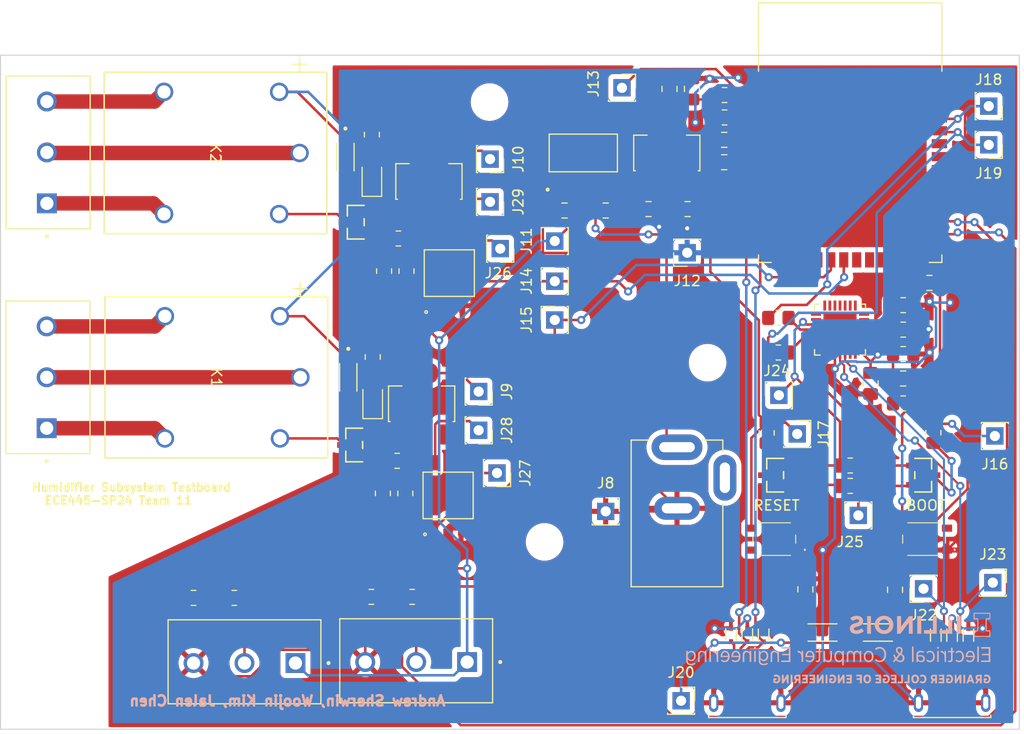
<source format=kicad_pcb>
(kicad_pcb (version 20221018) (generator pcbnew)
  (layers (0 "F.Cu" signal) (31 "B.Cu" signal) (34 "B.Paste" user) (35 "F.Paste" user) (36 "B.SilkS" user "B.Silkscreen") (37 "F.SilkS" user "F.Silkscreen") (38 "B.Mask" user) (39 "F.Mask" user) (44 "Edge.Cuts" user))
  (net 0 "")
  (net 1 "+12V")
  (net 2 "GND")
  (net 3 "+3.3V")
  (net 4 "Net-(C6-Pad1)")
  (net 5 "Net-(C7-Pad1)")
  (net 6 "Net-(U4-VBUS)")
  (net 7 "CHIP_PU")
  (net 8 "IO0")
  (net 9 "USB_DP")
  (net 10 "USB_DN")
  (net 11 "IO20")
  (net 12 "IO19")
  (net 13 "VBUS")
  (net 17 "Net-(U4-~{RST})")
  (net 18 "Net-(U4-~{SUSPEND})")
  (net 19 "Net-(U4-TXD)")
  (net 20 "U0RXD")
  (net 21 "Net-(U4-RXD)")
  (net 22 "U0TXD")
  (net 23 "DTR")
  (net 24 "Net-(U5-BASE)")
  (net 25 "RTS")
  (net 26 "Net-(U6-BASE)")
  (net 27 "Net-(U5-COLLECTOR)")
  (net 28 "Net-(U6-COLLECTOR)")
  (net 29 "ESP_3V3")
  (net 45 "+5V")
  (net 46 "Net-(D10-K)")
  (net 53 "Net-(D10-A)")
  (net 54 "Net-(D12-K)")
  (net 79 "Net-(D12-A)")
  (net 80 "Net-(J4-Pin_2)")
  (net 81 "Net-(J5-Pin_2)")
  (net 82 "Fan_B")
  (net 83 "COM_Main")
  (net 84 "Fan_A")
  (net 85 "Fan_B_DC")
  (net 86 "COM_Main_DC")
  (net 87 "Fan_A_DC")
  (net 88 "Net-(J9-Pin_1)")
  (net 89 "Net-(J10-Pin_1)")
  (net 90 "Relay_Signal_ACDC")
  (net 91 "Net-(J26-Pin_1)")
  (net 92 "Net-(J27-Pin_1)")
  (net 93 "Net-(J28-Pin_1)")
  (net 94 "Net-(J29-Pin_1)")
  (net 95 "Net-(U7-BASE)")
  (net 96 "Net-(U1-IO35)")
  (net 97 "Net-(U1-IO36)")
  (net 98 "Net-(U10-BASE)")
  (net 100 "unconnected-(U1-IO9-Pad17)")
  (net 101 "Relay_Signal_DCDC")
  (footprint "ECE445:1935174" (layer "F.Cu") (at 91.9 115.15 180)
    (fp_text reference "J4" hide)
    (fp_text value "Water Level Sensor")
  )
  (footprint "Resistor_SMD:R_0805_2012Metric_Pad1.20x1.40mm_HandSolder" (layer "F.Cu") (at 119.95 89 180)
    (fp_text reference "R7" hide)
    (fp_text value "0" hide)
  )
  (footprint "Connector_PinSocket_2.54mm:PinSocket_1x01_P2.54mm_Vertical" (layer "F.Cu") (at 140.6 68.6 -90)
    (fp_text reference "J19")
    (fp_text value "Conn_01x01" hide)
  )
  (footprint "ECE445:VOM617AT" (layer "F.Cu") (at 87.650002 81.2 90)
    (fp_text reference "U9" hide)
    (fp_text value "VOM617AT" hide)
  )
  (footprint "ECE445:SOT-23_ONS" (layer "F.Cu") (at 119.6348 101.0475 90)
    (fp_text reference "U5" hide)
    (fp_text value "L8050QLT1G" hide)
  )
  (footprint "Capacitor_SMD:C_0805_2012Metric_Pad1.18x1.45mm_HandSolder" (layer "F.Cu") (at 129 92.0375 -90)
    (fp_text reference "C8" hide)
    (fp_text value "10uF" hide)
  )
  (footprint "Resistor_SMD:R_0805_2012Metric_Pad1.20x1.40mm_HandSolder" (layer "F.Cu") (at 132.2 89.15 180)
    (fp_text reference "R6" hide)
    (fp_text value "47500" hide)
  )
  (footprint "Connector_PinSocket_2.54mm:PinSocket_1x01_P2.54mm_Vertical" (layer "F.Cu") (at 127.8 105 90)
    (fp_text reference "J25")
    (fp_text value "Conn_01x01" hide)
  )
  (footprint "ECE445:SOT-23_ONS" (layer "F.Cu") (at 134.1652 101.0475 -90)
    (fp_text reference "U6" hide)
    (fp_text value "L8050QLT1G" hide)
  )
  (footprint "ECE445:1935174" (layer "F.Cu") (at 75.0475 115.25 180)
    (fp_text reference "J5" hide)
    (fp_text value "Water Level Sensor")
  )
  (footprint "ECE445:1N4148W-13-F" (layer "F.Cu") (at 77.450002 69.8 -90)
    (fp_text reference "D11" hide)
    (fp_text value "1N4148W-13-F" hide)
  )
  (footprint "ECE445:LDL1117S50R" (layer "F.Cu") (at 100.8 69.4)
    (fp_text reference "U3" hide)
    (fp_text value "LDL1117S50R" hide)
  )
  (footprint "Resistor_SMD:R_0805_2012Metric_Pad1.20x1.40mm_HandSolder" (layer "F.Cu") (at 114.665 63.71 180)
    (fp_text reference "R13" hide)
    (fp_text value "0" hide)
  )
  (footprint "ECE445:PTS815 SJG 250 SMTR LFS" (layer "F.Cu") (at 134.25 107.325 180)
    (fp_text reference "S1" hide)
    (fp_text value "PTS815_SJG_250_SMTR_LFS" hide)
  )
  (footprint "Capacitor_SMD:C_0805_2012Metric_Pad1.18x1.45mm_HandSolder" (layer "F.Cu") (at 111.04 74.91)
    (fp_text reference "C1" hide)
    (fp_text value "1uF" hide)
  )
  (footprint "Resistor_SMD:R_0805_2012Metric_Pad1.20x1.40mm_HandSolder" (layer "F.Cu") (at 81.132654 102.835001 -90)
    (fp_text reference "R1" hide)
    (fp_text value "10000" hide)
  )
  (footprint "Capacitor_SMD:C_0805_2012Metric_Pad1.18x1.45mm_HandSolder" (layer "F.Cu") (at 114.6275 68.11 180)
    (fp_text reference "C10" hide)
    (fp_text value "1uF" hide)
  )
  (footprint "Capacitor_SMD:C_0805_2012Metric_Pad1.18x1.45mm_HandSolder" (layer "F.Cu") (at 107.2025 74.91 180)
    (fp_text reference "C2" hide)
    (fp_text value "4.7uF" hide)
  )
  (footprint "ECE445:LESD5D5_0CT1G" (layer "F.Cu") (at 138.6 116.76 -90)
    (fp_text reference "D1" hide)
    (fp_text value "LESD5D5.0CT1G" hide)
  )
  (footprint "ECE445:LDL1117S33R-SnapEDA" (layer "F.Cu") (at 84.932654 94.035001 90)
    (fp_text reference "U11" hide)
    (fp_text value "LDL1117S33R-SnapEDA" hide)
  )
  (footprint "Resistor_SMD:R_0805_2012Metric_Pad1.20x1.40mm_HandSolder" (layer "F.Cu") (at 62.5475 113.1 180)
    (fp_text reference "R18" hide)
    (fp_text value "200" hide)
  )
  (footprint "Resistor_SMD:R_0805_2012Metric_Pad1.20x1.40mm_HandSolder" (layer "F.Cu") (at 132.2 86.75 180)
    (fp_text reference "R3" hide)
    (fp_text value "1000" hide)
  )
  (footprint "ECE445:PTS815 SJG 250 SMTR LFS" (layer "F.Cu") (at 119.55 107.325 180)
    (fp_text reference "S2" hide)
    (fp_text value "PTS815_SJG_250_SMTR_LFS" hide)
  )
  (footprint "Connector_PinSocket_2.54mm:PinSocket_1x01_P2.54mm_Vertical" (layer "F.Cu") (at 110.4 123.2)
    (fp_text reference "J20")
    (fp_text value "Conn_01x01" hide)
  )
  (footprint "ECE445:G5LE-1 DC3" (layer "F.Cu") (at 56.532653 91.435 -90)
    (fp_text reference "K1")
    (fp_text value "G5LE-14 DC3")
  )
  (footprint "ECE445:ESP32-S3-WROOM-1-N8-SnapEDA" (layer "F.Cu") (at 127 67.4)
    (fp_text reference "U1" hide)
    (fp_text value "ESP32-S3-WROOM-1-N8" hide)
  )
  (footprint "Resistor_SMD:R_0805_2012Metric_Pad1.20x1.40mm_HandSolder" (layer "F.Cu") (at 127 100.1)
    (fp_text reference "R10" hide)
    (fp_text value "10000" hide)
  )
  (footprint "Capacitor_SMD:C_0805_2012Metric_Pad1.18x1.45mm_HandSolder" (layer "F.Cu") (at 109.265 63.11 90)
    (fp_text reference "C4" hide)
    (fp_text value "10uF" hide)
  )
  (footprint "Diode_SMD:D_0805_2012Metric_Pad1.15x1.40mm_HandSolder" (layer "F.Cu") (at 80.132654 93.635001 90)
    (fp_text reference "D10" hide)
    (fp_text value "LED" hide)
  )
  (footprint "ECE445:PJ-202AH" (layer "F.Cu") (at 110 104.8 -90)
    (fp_text reference "J1" hide)
    (fp_text value "PJ-202AH" hide)
  )
  (footprint "Resistor_SMD:R_0805_2012Metric_Pad1.20x1.40mm_HandSolder" (layer "F.Cu") (at 118.8 96.895 90)
    (fp_text reference "R11" hide)
    (fp_text value "0" hide)
  )
  (footprint "ECE445:LESD5D5_0CT1G" (layer "F.Cu") (at 118.5 116.76 -90)
    (fp_text reference "D3" hide)
    (fp_text value "LESD5D5.0CT1G" hide)
  )
  (footprint "Connector_PinSocket_2.54mm:PinSocket_1x01_P2.54mm_Vertical" (layer "F.Cu") (at 141.2 97.2 180)
    (fp_text reference "J16")
    (fp_text value "Conn_01x01" hide)
  )
  (footprint "ECE445:10118193-0001LF" (layer "F.Cu") (at 137 123.4)
    (fp_text reference "J2" hide)
    (fp_text value "10118193-0001LF" hide)
  )
  (footprint "ECE445:LDL1117S33R-SnapEDA" (layer "F.Cu") (at 109 69.4 90)
    (fp_text reference "U2" hide)
    (fp_text value "LDL1117S33R-SnapEDA" hide)
  )
  (footprint "ECE445:LESD5D5_0CT1G" (layer "F.Cu") (at 116.9 116.74 -90)
    (fp_text reference "D4" hide)
    (fp_text value "LESD5D5.0CT1G" hide)
  )
  (footprint "Capacitor_SMD:C_0805_2012Metric_Pad1.18x1.45mm_HandSolder" (layer "F.Cu") (at 114.6275 70.31 180)
    (fp_text reference "C12" hide)
    (fp_text value "0.1uF" hide)
  )
  (footprint "Resistor_SMD:R_0805_2012Metric_Pad1.20x1.40mm_HandSolder" (layer "F.Cu") (at 127 102.1 180)
    (fp_text reference "R9" hide)
    (fp_text value "10000" hide)
  )
  (footprint "Capacitor_SMD:C_0805_2012Metric_Pad1.18x1.45mm_HandSolder" (layer "F.Cu") (at 111.465 63.11 90)
    (fp_text reference "C5" hide)
    (fp_text value "0.1uF" hide)
  )
  (footprint "Resistor_SMD:R_0805_2012Metric_Pad1.20x1.40mm_HandSolder" (layer "F.Cu") (at 80.132654 89.435001 90)
    (fp_text reference "R19" hide)
    (fp_text value "1000" hide)
  )
  (footprint "ECE445:1N4148W-13-F" (layer "F.Cu") (at 77.732654 91.435001 -90)
    (fp_text reference "D9" hide)
    (fp_text value "1N4148W-13-F" hide)
  )
  (footprint "Resistor_SMD:R_0805_2012Metric_Pad1.20x1.40mm_HandSolder" (layer "F.Cu") (at 132.2 94 180)
    (fp_text reference "R5" hide)
    (fp_text value "22100" hide)
  )
  (footprint "Connector_PinSocket_2.54mm:PinSocket_1x01_P2.54mm_Vertical" (layer "F.Cu") (at 98 82 90)
    (fp_text reference "J14")
    (fp_text value "Conn_01x01" hide)
  )
  (footprint "Resistor_SMD:R_0805_2012Metric_Pad1.20x1.40mm_HandSolder" (layer "F.Cu") (at 80 113 180)
    (fp_text reference "R17" hide)
    (fp_text value "200" hide)
  )
  (footprint "Resistor_SMD:R_0805_2012Metric_Pad1.20x1.40mm_HandSolder" (layer "F.Cu") (at 66.5475 113.1)
    (fp_text reference "R16" hide)
    (fp_text value "100" hide)
  )
  (footprint "Connector_PinSocket_2.54mm:PinSocket_1x01_P2.54mm_Vertical" (layer "F.Cu") (at 103 104.6)
    (fp_text reference "J8")
    (fp_text value "GND Test Probe" hide)
  )
  (footprint "Capacitor_SMD:C_0805_2012Metric_Pad1.18x1.45mm_HandSolder" (layer "F.Cu") (at 103 75.05)
    (fp_text reference "C3" hide)
    (fp_text value "1uF" hide)
  )
  (footprint "Capacitor_SMD:C_0805_2012Metric_Pad1.18x1.45mm_HandSolder" (layer "F.Cu") (at 98.9625 75.05 180)
    (fp_text reference "C13" hide)
    (fp_text value "4.7uF" hide)
  )
  (footprint "Connector_PinSocket_2.54mm:PinSocket_1x01_P2.54mm_Vertical" (layer "F.Cu") (at 134.2 112.2 180)
    (fp_text reference "J22")
    (fp_text value "Conn_01x01" hide)
  )
  (footprint "MountingHole:MountingHole_3.2mm_M3" (layer "F.Cu") (at 97 107.6)
    (fp_text reference "H4" hide)
    (fp_text value "MountingHole" hide)
  )
  (footprint "Connector_PinSocket_2.54mm:PinSocket_1x01_P2.54mm_Vertical" (layer "F.Cu") (at 91.650002 74.2 -90)
    (fp_text reference "J29")
    (fp_text value "Conn_01x01" hide)
  )
  (footprint "ECE445:VOM617AT" (layer "F.Cu") (at 87.532654 103.035001 90)
    (fp_text reference "U8" hide)
    (fp_text value "VOM617AT" hide)
  )
  (footprint "ECE445:CP2102N-A02-GQFN28" (layer "F.Cu") (at 126 86.75 90)
    (fp_text reference "U4" hide)
    (fp_text value "CP2102N-A02-GQFN28" hide)
  )
  (footprint "ECE445:10118193-0001LF" (layer "F.Cu") (at 116.9 123.4)
    (fp_text reference "J3" hide)
    (fp_text value "10118193-0001LF" hide)
  )
  (footprint "ECE445:MMBT2222LT1G" (layer "F.Cu") (at 78.466002 76.2 90)
    (fp_text reference "U10" hide)
    (fp_text value "MMBT2222LT1G" hide)
  )
  (footprint "Connector_PinSocket_2.54mm:PinSocket_1x01_P2.54mm_Vertical" (layer "F.Cu") (at 121.8 97)
    (fp_text reference "J17")
    (fp_text value "Conn_01x01" hide)
  )
  (footprint "ECE445:LESD5D5_0CT1G" (layer "F.Cu") (at 135.4 116.76 -90)
    (fp_text reference "D7" hide)
    (fp_text value "LESD5D5.0CT1G" hide)
  )
  (footprint "Connector_PinSocket_2.54mm:PinSocket_1x01_P2.54mm_Vertical" (layer "F.Cu") (at 98 78.05 90)
    (fp_text reference "J11")
    (fp_text value "Conn_01x01" hide)
  )
  (footprint "ECE445:MMBT2222LT1G" (layer "F.Cu") (at 78.316654 98.082501 90)
    (fp_text reference "U7" hide)
    (fp_text value "MMBT2222LT1G" hide)
  )
  (footprint "Diode_SMD:D_0805_2012Metric_Pad1.15x1.40mm_HandSolder" (layer "F.Cu") (at 80.050002 71.8 90)
    (fp_text reference "D12" hide)
    (fp_text value "LED" hide)
  )
  (footprint "Connector_PinSocket_2.54mm:PinSocket_1x01_P2.54mm_Vertical" (layer "F.Cu") (at 90.532654 96.635001 -90)
    (fp_text reference "J28")
    (fp_text value "Conn_01x01" hide)
  )
  (footprint "ECE445:LESD5D5_0CT1G" (layer "F.Cu") (at 137 116.76 -90)
    (fp_text reference "D2" hide)
    (fp_text value "LESD5D5.0CT1G" hide)
  )
  (footprint "Resistor_SMD:R_0805_2012Metric_Pad1.20x1.40mm_HandSolder" (layer "F.Cu") (at 82.650002 77.8 180)
    (fp_text reference "R22" hide)
    (fp_text value "1000" hide)
  )
  (footprint "Resistor_SMD:R_0805_2012Metric_Pad1.20x1.40mm_HandSolder" (layer "F.Cu") (at 135.1652 96.876 90)
    (fp_text reference "R12" hide)
    (fp_text value "0" hide)
  )
  (footprint "Connector_PinSocket_2.54mm:PinSocket_1x01_P2.54mm_Vertical" (layer "F.Cu") (at 120 93.2 90)
    (fp_text reference "J24")
    (fp_text value "Conn_01x01" hide)
  )
  (footprint "ECE445:1N5819HW-7-F" (layer "F.Cu") (at 129.72 116.5 180)
    (fp_text reference "D6" hide)
    (fp_text value "1N5819HW-7-F" hide)
  )
  (footprint "ECE445:LDL1117S33R-SnapEDA" (layer "F.Cu") (at 85.650002 72.2 90)
    (fp_text reference "U12" hide)
    (fp_text value "LDL1117S33R-SnapEDA" hide)
  )
  (footprint "Resistor_SMD:R_0805_2012Metric_Pad1.20x1.40mm_HandSolder" (layer "F.Cu") (at 84 113)
    (fp_text reference "R15" hide)
    (fp_text value "100" hide)
  )
  (footprint "Connector_PinSocket_2.54mm:PinSocket_1x01_P2.54mm_Vertical" (layer "F.Cu") (at 92.332654 100.835001 -90)
    (fp_text reference "J27")
    (fp_text value "Conn_01x01" hide)
  )
  (footprint "Resistor_SMD:R_0805_2012Metric_Pad1.20x1.40mm_HandSolder" (layer "F.Cu") (at 80.050002 67.6 90)
    (fp_text reference "R24" hide)
    (fp_text value "1000" hide)
  )
  (footprint "Capacitor_SMD:C_0805_2012Metric_Pad1.18x1.45mm_HandSolder" (layer "F.Cu") (at 132.2 91.55)
    (fp_text reference "C9" hide)
    (fp_text value "1uF" hide)
  )
  (footprint "Resistor_SMD:R_0805_2012Metric_Pad1.20x1.40mm_HandSolder" (layer "F.Cu") (at 119.95 85.6 180)
    (fp_text reference "R8" hide)
    (fp_text value "0" hide)
  )
  (footprint "Resistor_SMD:R_0805_2012Metric_Pad1.20x1.40mm_HandSolder" (layer "F.Cu") (at 81.250002 81 -90)
    (fp_text reference "R23" hide)
    (fp_text value "10000" hide)
  )
  (footprint "ECE445:1935174" (layer "F.Cu") (at 52.382654 98.935001 90)
    (fp_text reference "J6" hide)
    (fp_text value "1935174" hide)
  )
  (footprint "ECE445:LESD5D5_0CT1G" (layer "F.Cu") (at 115.3 116.74 -90)
    (fp_text reference "D8" hide)
    (fp_text value "LESD5D5.0CT1G" hide)
  )
  (footprint "Connector_PinSocket_2.54mm:PinSocket_1x01_P2.54mm_Vertical" (layer "F.Cu") (at 104.6 63)
    (fp_text reference "J13")
    (fp_text value "Conn_01x01" hide)
  )
  (footprint "ECE445:1935174" (layer "F.Cu") (at 52.400002 76.8475 90)
    (fp_text reference "J7" hide)
    (fp_text value "1935174" hide)
  )
  (footprint "Connector_PinSocket_2.54mm:PinSocket_1x01_P2.54mm_Vertical" (layer "F.Cu") (at 90.532654 92.835001 -90)
    (fp_text reference "J9")
    (fp_text value "Conn_01x01" hide)
  )
  (footprint "Capacitor_SMD:C_0805_2012Metric_Pad1.18x1.45mm_HandSolder" (layer "F.Cu") (at 122.6 112.2625 90)
    (fp_text reference "C7" hide)
    (fp_text value "10uF" hide)
  )
  (footprint "ECE445:1N5819HW-7-F" (layer "F.Cu") (at 124.28 116.5)
    (fp_text reference "D5" hide)
    (fp_text value "1N5819HW-7-F" hide)
  )
  (footprint "ECE445:G5LE-1 DC3" (layer "F.Cu") (at 56.450002 69.4 -90)
    (fp_text reference "K2")
    (fp_text value "G5LE-14 DC3")
  )
  (footprint "Resistor_SMD:R_0805_2012Metric_Pad1.20x1.40mm_HandSolder" (layer "F.Cu") (at 82.532654 99.635001 180)
    (fp_text reference "R2" hide)
    (fp_text value "1000" hide)
  )
  (footprint "Capacitor_SMD:C_0805_2012Metric_Pad1.18x1.45mm_HandSolder" (layer "F.Cu") (at 134.7775 82.16 180)
    (fp_text reference "C11" hide)
    (fp_text value "0.1uF" hide)
  )
  (footprint "Resistor_SMD:R_0805_2012Metric_Pad1.20x1.40mm_HandSolder" (layer "F.Cu") (at 83.450002 81 90)
    (fp_text reference "R21" hide)
    (fp_text value "0" hide)
  )
  (footprint "Connector_PinSocket_2.54mm:PinSocket_1x01_P2.54mm_Vertical" (layer "F.Cu") (at 140.6 64.8 -90)
    (fp_text reference "J18")
    (fp_text value "Conn_01x01" hide)
  )
  (footprint "MountingHole:MountingHole_3.2mm_M3" (layer "F.Cu") (at 49.2 117)
    (fp_text reference "H2" hide)
    (fp_text value "MountingHole" hide)
  )
  (footprint "MountingHole:MountingHole_3.2mm_M3" (layer "F.Cu") (at 91.6 64.4)
    (fp_text reference "H1" hide)
    (fp_text value "MountingHole" hide)
  )
  (footprint "Connector_PinSocket_2.54mm:PinSocket_1x01_P2.54mm_Vertical" (layer "F.Cu") (at 92.650002 78.8 -90)
    (fp_text reference "J26")
    (fp_text value "Conn_01x01" hide)
  )
  (footprint "Connector_PinSocket_2.54mm:PinSocket_1x01_P2.54mm_Vertical" (layer "F.Cu") (at 98 85.8 90)
    (fp_text reference "J15")
    (fp_text value "Conn_01x01" hide)
  )
  (footprint "Connector_PinSocket_2.54mm:PinSocket_1x01_P2.54mm_Vertical" (layer "F.Cu") (at 91.650002 70 -90)
    (fp_text reference "J10")
    (fp_text value "Conn_01x01" hide)
  )
  (footprint "Resistor_SMD:R_0805_2012Metric_Pad1.20x1.40mm_HandSolder" (layer "F.Cu") (at 83.332654 102.835001 90)
    (fp_text reference "R20" hide)
    (fp_text value "0" hide)
  )
  (footprint "Connector_PinSocket_2.54mm:PinSocket_1x01_P2.54mm_Vertical" (layer "F.Cu") (at 141 111.6)
    (fp_text reference "J23")
    (fp_text value "Conn_01x01" hide)
  )
  (footprint "Connector_PinSocket_2.54mm:PinSocket_1x01_P2.54mm_Vertical" (layer "F.Cu") (at 111 79.2 180)
    (fp_text reference "J12")
    (fp_text value "Conn_01x01" hide)
  )
  (footprint "MountingHole:MountingHole_3.2mm_M3" (layer "F.Cu") (at 113 90)
    (fp_text reference "H3" hide)
    (fp_text value "MountingHole" hide)
  )
  (footprint "Resistor_SMD:R_0805_2012Metric_Pad1.20x1.40mm_HandSolder" (layer "F.Cu") (at 132.2 84.35 180)
    (fp_text reference "R4" hide)
    (fp_text value "10000" hide)
  )
  (footprint "Resistor_SMD:R_0805_2012Metric_Pad1.20x1.40mm_HandSolder" (layer "F.Cu") (at 114.665 65.91)
    (fp_text reference "R14" hide)
    (fp_text value "10000" hide)
  )
  (footprint "Capacitor_SMD:C_0805_2012Metric_Pad1.18x1.45mm_HandSolder" (layer "F.Cu") (at 131.4 112.3 90)
    (fp_text reference "C6" hide)
    (fp_text value "10uF" hide)
  )
  (footprint "ECE445:IllinoisECENegative31mm" (layer "B.Cu") (at 125.8 118 180)
    (fp_text reference "" hide)
    (fp_text value "LOGO" hide)
  )
  (gr_rect (start 43.6 59.8) (end 143.6 126) (stroke (width 0.1)) (fill none) (layer "Edge.Cuts"))
  (gr_text "Andrew Sherwin, Woojin Kim, Jalen Chen" (at 87.4 123.8) (layer "B.SilkS") (effects (font (size 1 1) (thickness 0.25) bold) (justify left bottom mirror)))
  (gr_text "Humidifier Subsystem Testboard\n  ECE445-SP24 Team 11" (at 46.6 104) (layer "F.SilkS") (effects (font (size 0.8 0.8) (thickness 0.2) bold) (justify left bottom)))
  (gr_text "BOOT" (at 132.4 104.6) (layer "F.SilkS") (effects (font (size 1 1)) (justify left bottom)))
  (gr_text "RESET" (at 117.4 104.6) (layer "F.SilkS") (effects (font (size 1 1)) (justify left bottom)))
  (segment (start 111.365 73.5475) (end 110.0025 74.91) (width 0.25) (layer "F.Cu") (net 1))
  (segment (start 111.365 72.54) (end 111.365 73.5475) (width 0.25) (layer "F.Cu") (net 1))
  (segment (start 102 75.0875) (end 101.9625 75.05) (width 0.25) (layer "F.Cu") (net 1))
  (segment (start 108.975 77.4) (end 107.2 77.4) (width 0.25) (layer "F.Cu") (net 1))
  (segment (start 101.9625 73.6875) (end 103.1 72.55) (width 0.25) (layer "F.Cu") (net 1))
  (segment (start 102 76.8) (end 102 75.0875) (width 0.25) (layer "F.Cu") (net 1))
  (segment (start 108.975 77.4) (end 108.975 97.275) (width 0.25) (layer "F.Cu") (net 1))
  (segment (start 110.0025 74.91) (end 108.975 75.9375) (width 0.25) (layer "F.Cu") (net 1))
  (segment (start 101.9625 75.05) (end 101.9625 73.6875) (width 0.25) (layer "F.Cu") (net 1))
  (segment (start 108.975 75.9375) (end 108.975 77.4) (width 0.25) (layer "F.Cu") (net 1))
  (segment (start 108.975 97.275) (end 110 98.3) (width 0.25) (layer "F.Cu") (net 1))
  (via (at 107.2 77.4) (size 0.8) (drill 0.4) (layers "F.Cu" "B.Cu") (net 1))
  (via (at 102 76.8) (size 0.8) (drill 0.4) (layers "F.Cu" "B.Cu") (net 1))
  (segment (start 107.2 77.4) (end 102.6 77.4) (width 0.25) (layer "B.Cu") (net 1))
  (segment (start 102.6 77.4) (end 102 76.8) (width 0.25) (layer "B.Cu") (net 1))
  (segment (start 138.275 82.625) (end 136.8 84.1) (width 0.25) (layer "F.Cu") (net 2))
  (segment (start 138.975 105.925) (end 138.975 86.275) (width 0.25) (layer "F.Cu") (net 2))
  (segment (start 120.1 121.4) (end 118.1 123.4) (width 0.25) (layer "F.Cu") (net 2))
  (segment (start 125.415 70.06) (end 126.815 71.46) (width 0.25) (layer "F.Cu") (net 2))
  (segment (start 125.897537 71.885) (end 126.332463 71.885) (width 0.25) (layer "F.Cu") (net 2))
  (segment (start 113.59 70.31) (end 112.8 71.1) (width 0.25) (layer "F.Cu") (net 2))
  (segment (start 125.5 91.525305) (end 125.5 90.6) (width 0.25) (layer "F.Cu") (net 2))
  (segment (start 103 104.6) (end 109.7 104.6) (width 0.25) (layer "F.Cu") (net 2))
  (segment (start 109.7 104.6) (end 110 104.3) (width 0.25) (layer "F.Cu") (net 2))
  (segment (start 109.265 62.0725) (end 111.465 62.0725) (width 0.25) (layer "F.Cu") (net 2))
  (segment (start 106.765 64.5725) (end 106.765 72.54) (width 0.25) (layer "F.Cu") (net 2))
  (segment (start 113.7 119.25) (end 113.7 120.95) (width 0.25) (layer "F.Cu") (net 2))
  (segment (start 123.49 69.477463) (end 123.972537 69.96) (width 0.25) (layer "F.Cu") (net 2))
  (segment (start 118.1 123.4) (end 120.2 123.4) (width 0.25) (layer "F.Cu") (net 2))
  (segment (start 70.8 118.2) (end 68.2 120.8) (width 0.25) (layer "F.Cu") (net 2))
  (segment (start 113.7 120.95) (end 113.7 123.3) (width 0.25) (layer "F.Cu") (net 2))
  (segment (start 134.8 83.22) (end 133.74 82.16) (width 0.25) (layer "F.Cu") (net 2))
  (segment (start 125.415 71.46) (end 125.415 70.06) (width 0.25) (layer "F.Cu") (net 2))
  (segment (start 97.925 73.125) (end 98.5 72.55) (width 0.25) (layer "F.Cu") (net 2))
  (segment (start 126.297463 68) (end 126.815 68.517537) (width 0.25) (layer "F.Cu") (net 2))
  (segment (start 124.015 67.09) (end 124.015 68.56) (width 0.25) (layer "F.Cu") (net 2))
  (segment (start 127.34 70.442537) (end 126.857463 69.96) (width 0.25) (layer "F.Cu") (net 2))
  (segment (start 112.8 71.1) (end 112.8 74.1875) (width 0.25) (layer "F.Cu") (net 2))
  (segment (start 124.015 70.06) (end 125.415 70.06) (width 0.25) (layer "F.Cu") (net 2))
  (segment (start 97.925 75.05) (end 97.925 73.125) (width 0.25) (layer "F.Cu") (net 2))
  (segment (start 133.7 123.4) (end 135.8 123.4) (width 0.25) (layer "F.Cu") (net 2))
  (segment (start 129 93.075) (end 127.049695 93.075) (width 0.25) (layer "F.Cu") (net 2))
  (segment (start 116 62) (end 118.11 62) (width 0.25) (layer "F.Cu") (net 2))
  (segment (start 124.015 68.56) (end 124.015 68.517537) (width 0.25) (layer "F.Cu") (net 2))
  (segment (start 125.415 71.36) (end 125.415 71.402463) (width 0.25) (layer "F.Cu") (net 2))
  (segment (start 119.165 62.24) (end 124.015 67.09) (width 0.25) (layer "F.Cu") (net 2))
  (segment (start 61.5475 118.5) (end 62.5475 119.5) (width 0.25) (layer "F.Cu") (net 2))
  (segment (start 140.2 121.4) (end 138.2 123.4) (width 0.25) (layer "F.Cu") (net 2))
  (segment (start 140 114.8) (end 140 116.1) (width 0.25) (layer "F.Cu") (net 2))
  (segment (start 124.015 68.56) (end 123.972537 68.56) (width 0.25) (layer "F.Cu") (net 2))
  (segment (start 138.975 86.275) (end 136.8 84.1) (width 0.25) (layer "F.Cu") (net 2))
  (segment (start 104.1775 74.91) (end 104.0375 75.05) (width 0.25) (layer "F.Cu") (net 2))
  (segment (start 118.2 120.725) (end 119.875 120.725) (width 0.25) (layer "F.Cu") (net 2))
  (segment (start 113.7 116.1) (end 115.28 116.1) (width 0.25) (layer "F.Cu") (net 2))
  (segment (start 126.332463 71.885) (end 126.815 71.402463) (width 0.25) (layer "F.Cu") (net 2))
  (segment (start 133.8 120.95) (end 133.8 121.4) (width 0.25) (layer "F.Cu") (net 2))
  (segment (start 125.5 87.25) (end 126 86.75) (width 0.25) (layer "F.Cu") (net 2))
  (segment (start 125.415 68.517537) (end 125.932537 68) (width 0.25) (layer "F.Cu") (net 2))
  (segment (start 113.59 70.31) (end 113.59 68.11) (width 0.25) (layer "F.Cu") (net 2))
  (segment (start 123.49 70.442537) (end 123.49 70.877463) (width 0.25) (layer "F.Cu") (net 2))
  (segment (start 134.65 89.15) (end 134.8 89) (width 0.25) (layer "F.Cu") (net 2))
  (segment (start 125.415 68.66) (end 125.415 70.06) (width 0.25) (layer "F.Cu") (net 2))
  (segment (start 124.015 71.36) (end 124.015 71.402463) (width 0.25) (layer "F.Cu") (net 2))
  (segment (start 127.049695 93.075) (end 125.5 91.525305) (width 0.25) (layer "F.Cu") (net 2))
  (segment (start 78.2 118.2) (end 70.8 118.2) (width 0.25) (layer "F.Cu") (net 2))
  (segment (start 126.815 70.06) (end 125.415 70.06) (width 0.25) (layer "F.Cu") (net 2))
  (segment (start 124.015 69.96) (end 123.972537 69.96) (width 0.25) (layer "F.Cu") (net 2))
  (segment (start 138.3 120.725) (end 139.975 120.725) (width 0.25) (layer "F.Cu") (net 2))
  (segment (start 110 115.55) (end 113.7 119.25) (width 0.25) (layer "F.Cu") (net 2))
  (segment (start 133.74 83.81) (end 133.2 84.35) (width 0.25) (layer "F.Cu") (net 2))
  (segment (start 96.825 79.225) (end 96.825 76.15) (width 0.25) (layer "F.Cu") (net 2))
  (segment (start 124.497537 71.885) (end 124.932463 71.885) (width 0.25) (layer "F.Cu") (net 2))
  (segment (start 125.415 71.402463) (end 125.897537 71.885) (width 0.25) (layer "F.Cu") (net 2))
  (segment (start 111.4925 62.1) (end 111.465 62.0725) (width 0.25) (layer "F.Cu") (net 2))
  (segment (start 125.415 70.06) (end 124.015 68.66) (width 0.25) (layer "F.Cu") (net 2))
  (segment (start 133.2375 90.5625) (end 134.8 89) (width 0.25) (layer "F.Cu") (net 2))
  (segment (start 126.815 69.96) (end 126.857463 69.96) (width 0.25) (layer "F.Cu") (net 2))
  (segment (start 124.015 71.402463) (end 124.497537 71.885) (width 0.25) (layer "F.Cu") (net 2))
  (segment (start 96.825 76.15) (end 97.925 75.05) (width 0.25) (layer "F.Cu") (net 2))
  (segment (start 100.600305 79.225) (end 96.825 79.225) (width 0.25) (layer "F.Cu") (net 2))
  (segment (start 123.972537 69.96) (end 123.49 70.442537) (width 0.25) (layer "F.Cu") (net 2))
  (segment (start 115.7 123.4) (end 118.1 123.4) (width 0.25) (layer "F.Cu") (net 2))
  (segment (start 135.665 62.34) (end 136.665 62.34) (width 0.25) (layer "F.Cu") (net 2))
  (segment (start 124.3 108.4) (end 121.8 108.4) (width 0.25) (layer "F.Cu") (net 2))
  (segment (start 106.165 74.91) (end 104.1775 74.91) (width 0.25) (layer "F.Cu") (net 2))
  (segment (start 133.8 121.4) (end 135.8 123.4) (width 0.25) (layer "F.Cu") (net 2))
  (segment (start 106.165 100.465) (end 110 104.3) (width 0.25) (layer "F.Cu") (net 2))
  (segment (start 119.875 120.725) (end 120.1 120.95) (width 0.25) (layer "F.Cu") (net 2))
  (segment (start 112.2375 76.6375) (end 112.2 76.6) (width 0.25) (layer "F.Cu") (net 2))
  (segment (start 104.0375 75.05) (end 104.0375 75.787805) (width 0.25) (layer "F.Cu") (net 2))
  (segment (start 139.975 120.725) (end 140.2 120.95) (width 0.25) (layer "F.Cu") (net 2))
  (segment (start 118.165 62.24) (end 119.165 62.24) (width 0.25) (layer "F.Cu") (net 2))
  (segment (start 106.165 74.91) (end 106.165 100.465) (width 0.25) (layer "F.Cu") (net 2))
  (segment (start 136.665 62.34) (end 138.275 63.95) (width 0.25) (layer "F.Cu") (net 2))
  (segment (start 125.5 89.11) (end 125.5 87.25) (width 0.25) (layer "F.Cu") (net 2))
  (segment (start 140.2 116.3) (end 140.2 120.95) (width 0.25) (layer "F.Cu") (net 2))
  (segment (start 127.34 69.477463) (end 127.34 69.042537) (width 0.25) (layer "F.Cu") (net 2))
  (segment (start 123.972537 68.56) (end 123.49 69.042537) (width 0.25) (layer "F.Cu") (net 2))
  (segment (start 104.0375 75.787805) (end 100.600305 79.225) (width 0.25) (layer "F.Cu") (net 2))
  (segment (start 113.6 123.4) (end 115.7 123.4) (width 0.25) (layer "F.Cu") (net 2))
  (segment (start 112.8 74.1875) (end 112.0775 74.91) (width 0.25) (layer "F.Cu") (net 2))
  (segment (start 135.8 123.4) (end 138.2 123.4) (width 0.25) (layer "F.Cu") (net 2))
  (segment (start 79.4 119.4) (end 78.2 118.2) (width 0.25) (layer "F.Cu") (net 2))
  (segment (start 133.135 62.34) (end 126.815 68.66) (width 0.25) (layer "F.Cu") (net 2))
  (segment (start 138.2 123.4) (end 140.3 123.4) (width 0.25) (layer "F.Cu") (net 2))
  (segment (start 135.665 62.34) (end 133.135 62.34) (width 0.25) (layer "F.Cu") (net 2))
  (segment (start 79.4 119.4) (end 79.4 113.4) (width 0.25) (layer "F.Cu") (net 2))
  (segment (start 124.932463 71.885) (end 125.415 71.402463) (width 0.25) (layer "F.Cu") (net 2))
  (segment (start 138.6 116.1) (end 140 116.1) (width 0.25) (layer "F.Cu") (net 2))
  (segment (start 127.34 69.042537) (end 126.857463 68.56) (width 0.25) (layer "F.Cu") (net 2))
  (segment (start 109.265 62.0725) (end 106.765 64.5725) (width 0.25) (layer "F.Cu") (net 2))
  (segment (start 79.4 113.4) (end 79 113) (width 0.25) (layer "F.Cu") (net 2))
  (segment (start 118.11 62) (end 118.25 62.14) (width 0.25) (layer "F.Cu") (net 2))
  (segment (start 127.34 70.877463) (end 127.34 70.442537) (width 0.25) (layer "F.Cu") (net 2))
  (segment (start 120.1 120.95) (end 120.1 123.3) (width 0.25) (layer "F.Cu") (net 2))
  (segment (start 68.2 120.8) (end 63.8475 120.8) (width 0.25) (layer "F.Cu") (net 2))
  (segment (start 63.8475 120.8) (end 62.5475 119.5) (width 0.25) (layer "F.Cu") (net 2))
  (segment (start 133.2 89.15) (end 134.65 89.15) (width 0.25) (layer "F.Cu") (net 2))
  (segment (start 123.49 69.042537) (end 123.49 69.477463) (width 0.25) (layer "F.Cu") (net 2))
  (segment (start 122.6 109.2) (end 121.8 108.4) (width 0.25) (layer "F.Cu") (net 2))
  (segment (start 126.857463 71.36) (end 127.34 70.877463) (width 0.25) (layer "F.Cu") (net 2))
  (segment (start 123.49 70.877463) (end 123.972537 71.36) (width 0.25) (layer "F.Cu") (net 2))
  (segment (start 138.975 113.775) (end 140 114.8) (width 0.25) (layer "F.Cu") (net 2))
  (segment (start 120.1 120.95) (end 120.1 121.4) (width 0.25) (layer "F.Cu") (net 2))
  (segment (start 126.815 71.402463) (end 126.815 71.36) (width 0.25) (layer "F.Cu") (net 2))
  (segment (start 113.59 68.11) (end 113.51 68.11) (width 0.25) (layer "F.Cu") (net 2))
  (segment (start 124.015 71.46) (end 125.415 70.06) (width 0.25) (layer "F.Cu") (net 2))
  (segment (start 133.8 120.95) (end 133.8 123.3) (width 0.25) (layer "F.Cu") (net 2))
  (segment (start 133.2375 91.55) (end 133.2375 90.5625) (width 0.25) (layer "F.Cu") (net 2))
  (segment (start 134.8 84) (end 134.8 83.22) (width 0.25) (layer "F.Cu") (net 2))
  (segment (start 110 104.3) (end 110 115.55) (width 0.25) (layer "F.Cu") (net 2))
  (segment (start 136.5 108.4) (end 134.2625 108.4) (width 0.25) (layer "F.Cu") (net 2))
  (segment (start 124.932463 68.035) (end 125.415 68.517537) (width 0.25) (layer "F.Cu") (net 2))
  (segment (start 136.5 108.4) (end 138.975 105.925) (width 0.25) (layer "F.Cu") (net 2))
  (segment (start 126.857463 69.96) (end 127.34 69.477463) (width 0.25) (layer "F.Cu") (net 2))
  (segment (start 106.165 74.91) (end 106.165 73.14) (width 0.25) (layer "F.Cu") (net 2))
  (segment (start 125.415 68.56) (end 125.415 68.517537) (width 0.25) (layer "F.Cu") (net 2))
  (segment (start 125.5 90.6) (end 125.5 89.11) (width 0.25) (layer "F.Cu") (net 2))
  (segment (start 126.815 68.517537) (end 126.815 68.56) (width 0.25) (layer "F.Cu") (net 2))
  (segment (start 126.857463 68.56) (end 126.815 68.56) (width 0.25) (layer "F.Cu") (net 2))
  (segment (start 125.932537 68) (end 126.297463 68) (width 0.25) (layer "F.Cu") (net 2))
  (segment (start 138.275 63.95) (end 138.275 82.625) (width 0.25) (layer "F.Cu") (net 2))
  (segment (start 61.5475 113.1) (end 61.5475 118.5) (width 0.25) (layer "F.Cu") (net 2))
  (segment (start 113.7 121.4) (end 115.7 123.4) (width 0.25) (layer "F.Cu") (net 2))
  (segment (start 140.2 120.95) (end 140.2 121.4) (width 0.25) (layer "F.Cu") (net 2))
  (segment (start 124.497537 68.035) (end 124.932463 68.035) (width 0.25) (layer "F.Cu") (net 2))
  (segment (start 134.2625 108.4) (end 131.4 111.2625) (width 0.25) (layer "F.Cu") (net 2))
  (segment (start 140 116.1) (end 140.2 116.3) (width 0.25) (layer "F.Cu") (net 2))
  (segment (start 124.015 68.517537) (end 124.497537 68.035) (width 0.25) (layer "F.Cu") (net 2))
  (segment (start 113.7 120.95) (end 113.7 121.4) (width 0.25) (layer "F.Cu") (net 2))
  (segment (start 126.815 68.66) (end 125.415 70.06) (width 0.25) (layer "F.Cu") (net 2))
  (segment (start 140.2 120.95) (end 140.2 123.3) (width 0.25) (layer "F.Cu") (net 2))
  (segment (start 123.972537 71.36) (end 124.015 71.36) (width 0.25) (layer "F.Cu") (net 2))
  (segment (start 122.6 111.225) (end 122.6 109.2) (width 0.25) (layer "F.Cu") (net 2))
  (segment (start 126.815 71.36) (end 126.857463 71.36) (width 0.25) (layer "F.Cu") (net 2))
  (segment (start 133.74 82.16) (end 133.74 83.81) (width 0.25) (layer "F.Cu") (net 2))
  (segment (start 106.165 73.14) (end 106.765 72.54) (width 0.25) (layer "F.Cu") (net 2))
  (segment (start 138.975 105.925) (end 138.975 113.775) (width 0.25) (layer "F.Cu") (net 2))
  (segment (start 113.51 68.11) (end 111.8 66.4) (width 0.25) (layer "F.Cu") (net 2))
  (segment (start 113.2 62.1) (end 111.4925 62.1) (width 0.25) (layer "F.Cu") (net 2))
  (via (at 134.8 89) (size 0.8) (drill 0.4) (layers "F.Cu" "B.Cu") (net 2))
  (via (at 140 116.1) (size 0.8) (drill 0.4) (layers "F.Cu" "B.Cu") (net 2))
  (via (at 113.7 116.1) (size 0.8) (drill 0.4) (layers "F.Cu" "B.Cu") (net 2))
  (via (at 113.2 62.1) (size 0.8) (drill 0.4) (layers "F.Cu" "B.Cu") (net 2))
  (via (at 124.3 108.4) (size 0.8) (drill 0.4) (layers "F.Cu" "B.Cu") (net 2))
  (via (at 116.9 115.1) (size 0.8) (drill 0.4) (layers "F.Cu" "B.Cu") (net 2))
  (via (at 111.8 66.4) (size 0.8) (drill 0.4) (layers "F.Cu" "B.Cu") (net 2))
  (via (at 116 62) (size 0.8) (drill 0.4) (layers "F.Cu" "B.Cu") (net 2))
  (via (at 137 115.1) (size 0.8) (drill 0.4) (layers "F.Cu" "B.Cu") (net 2))
  (via (at 134.8 84) (size 0.8) (drill 0.4) (layers "F.Cu" "B.Cu") (net 2))
  (via (at 136.8 84.1) (size 0.8) (drill 0.4) (layers "F.Cu" "B.Cu") (net 2))
  (via (at 125.5 90.6) (size 0.8) (drill 0.4) (layers "F.Cu" "B.Cu") (net 2))
  (segment (start 116.9 115.1) (end 115.9 116.1) (width 0.25) (layer "B.Cu") (net 2))
  (segment (start 115.9 116.1) (end 113.7 116.1) (width 0.25) (layer "B.Cu") (net 2))
  (segment (start 111.8 63.5) (end 113.2 62.1) (width 0.25) (layer "B.Cu") (net 2))
  (segment (start 126.225 89.875) (end 125.5 90.6) (width 0.25) (layer "B.Cu") (net 2))
  (segment (start 138 116.1) (end 137 115.1) (width 0.25) (layer "B.Cu") (net 2))
  (segment (start 134.8 89) (end 133.875 89.925) (width 0.25) (layer "B.Cu") (net 2))
  (segment (start 133.875 89.925) (end 127.650305 89.925) (width 0.25) (layer "B.Cu") (net 2))
  (segment (start 136.8 84.1) (end 134.9 84.1) (width 0.25) (layer "B.Cu") (net 2))
  (segment (start 134.8 89) (end 135.425 88.375) (width 0.25) (layer "B.Cu") (net 2))
  (segment (start 124.3 119.3) (end 124.3 108.4) (width 0.25) (layer "B.Cu") (net 2))
  (segment (start 135.425 84.625) (end 134.8 84) (width 0.25) (layer "B.Cu") (net 2))
  (segment (start 134.9 84.1) (end 134.8 84) (width 0.25) (layer "B.Cu") (net 2))
  (segment (start 125.5 90.6) (end 125.5 107.2) (width 0.25) (layer "B.Cu") (net 2))
  (segment (start 140 116.1) (end 138 116.1) (width 0.25) (layer "B.Cu") (net 2))
  (segment (start 113.2 62.1) (end 113.3 62) (width 0.25) (layer "B.Cu") (net 2))
  (segment (start 135.425 88.375) (end 135.425 84.625) (width 0.25) (layer "B.Cu") (net 2))
  (segment (start 133.7 123.4) (end 133.5 123.4) (width 0.25) (layer "B.Cu") (net 2))
  (segment (start 113.3 62) (end 116 62) (width 0.25) (layer "B.Cu") (net 2))
  (segment (start 125.5 107.2) (end 124.3 108.4) (width 0.25) (layer "B.Cu") (net 2))
  (segment (start 129.4 119.3) (end 124.3 119.3) (width 0.25) (layer "B.Cu") (net 2))
  (segment (start 124.3 119.3) (end 120.2 123.4) (width 0.25) (layer "B.Cu") (net 2))
  (segment (start 127.650305 89.925) (end 127.600305 89.875) (width 0.25) (layer "B.Cu") (net 2))
  (segment (start 127.600305 89.875) (end 126.225 89.875) (width 0.25) (layer "B.Cu") (net 2))
  (segment (start 111.8 66.4) (end 111.8 63.5) (width 0.25) (layer "B.Cu") (net 2))
  (segment (start 133.5 123.4) (end 129.4 119.3) (width 0.25) (layer "B.Cu") (net 2))
  (segment (start 108.25 74.92) (end 108.24 74.91) (width 0.25) (layer "F.Cu") (net 3))
  (segment (start 108.25 76.65) (end 108.25 74.92) (width 0.25) (layer "F.Cu") (net 3))
  (segment (start 109.065 64.3475) (end 109.265 64.1475) (width 0.25) (layer "F.Cu") (net 3))
  (segment (start 128.21 89.11) (end 129 89.9) (width 0.25) (layer "F.Cu") (net 3))
  (segment (start 72.730003 63.400001) (end 77.450002 68.12) (width 0.25) (layer "F.Cu") (net 3))
  (segment (start 109.065 66.51) (end 109.065 64.3475) (width 0.25) (layer "F.Cu") (net 3))
  (segment (start 109.065 72.54) (end 109.065 74.085) (width 0.25) (layer "F.Cu") (net 3))
  (segment (start 111.465 64.1475) (end 113.2275 64.1475) (width 0.25) (layer "F.Cu") (net 3))
  (segment (start 77.732654 89.755001) (end 79.052654 88.435001) (width 0.25) (layer "F.Cu") (net 3))
  (segment (start 111 76.8) (end 111 79.2) (width 0.25) (layer "F.Cu") (net 3))
  (segment (start 133.2 86.75) (end 134.65 86.75) (width 0.25) (layer "F.Cu") (net 3))
  (segment (start 70.949998 63.400001) (end 72.730003 63.400001) (width 0.25) (layer "F.Cu") (net 3))
  (segment (start 79.052654 88.435001) (end 80.132654 88.435001) (width 0.25) (layer "F.Cu") (net 3))
  (segment (start 77.450002 68.12) (end 78.970002 66.6) (width 0.25) (layer "F.Cu") (net 3))
  (segment (start 73.412654 85.435001) (end 77.732654 89.755001) (width 0.25) (layer "F.Cu") (net 3))
  (segment (start 129 91) (end 129 89.9) (width 0.25) (layer "F.Cu") (net 3))
  (segment (start 127 89.11) (end 127.5 89.11) (width 0.25) (layer "F.Cu") (net 3))
  (segment (start 109.065 74.085) (end 108.24 74.91) (width 0.25) (layer "F.Cu") (net 3))
  (segment (start 109.065 66.51) (end 109.065 72.54) (width 0.25) (layer "F.Cu") (net 3))
  (segment (start 71.032649 85.435001) (end 73.412654 85.435001) (width 0.25) (layer "F.Cu") (net 3))
  (segment (start 127.5 89.11) (end 128.21 89.11) (width 0.25) (layer "F.Cu") (net 3))
  (segment (start 109.265 64.1475) (end 111.465 64.1475) (width 0.25) (layer "F.Cu") (net 3))
  (segment (start 113.2275 64.1475) (end 113.665 63.71) (width 0.25) (layer "F.Cu") (net 3))
  (segment (start 108.24 74.91) (end 107.94 74.91) (width 0.25) (layer "F.Cu") (net 3))
  (segment (start 129 89.9) (end 129.7 89.2) (width 0.25) (layer "F.Cu") (net 3))
  (segment (start 78.970002 66.6) (end 80.050002 66.6) (width 0.25) (layer "F.Cu") (net 3))
  (via (at 134.7 86.7) (size 0.8) (drill 0.4) (layers "F.Cu" "B.Cu") (net 3))
  (via (at 111 76.8) (size 0.8) (drill 0.4) (layers "F.Cu" "B.Cu") (net 3))
  (via (at 108.25 76.65) (size 0.8) (drill 0.4) (layers "F.Cu" "B.Cu") (net 3))
  (via (at 129.7 89.2) (size 0.8) (drill 0.4) (layers "F.Cu" "B.Cu") (net 3))
  (segment (start 77.4 67) (end 73.8 63.4) (width 0.25) (layer "B.Cu") (net 3))
  (segment (start 108.4 76.8) (end 111 76.8) (width 0.25) (layer "B.Cu") (net 3))
  (segment (start 77.4 79.06765) (end 77.4 67) (width 0.25) (layer "B.Cu") (net 3))
  (segment (start 131 87.9) (end 129.7 89.2) (width 0.25) (layer "B.Cu") (net 3))
  (segment (start 134 87.9) (end 131 87.9) (width 0.25) (layer "B.Cu") (net 3))
  (segment (start 134.7 86.7) (end 134.7 87.2) (width 0.25) (layer "B.Cu") (net 3))
  (segment (start 108.25 76.65) (end 108.4 76.8) (width 0.25) (layer "B.Cu") (net 3))
  (segment (start 134.7 87.2) (end 134 87.9) (width 0.25) (layer "B.Cu") (net 3))
  (segment (start 71.032649 85.435001) (end 77.4 79.06765) (width 0.25) (layer "B.Cu") (net 3))
  (segment (start 73.8 63.4) (end 70.949998 63.400001) (width 0.25) (layer "B.Cu") (net 3))
  (segment (start 131.4 116.5) (end 131.4 113.3375) (width 0.25) (layer "F.Cu") (net 4))
  (segment (start 122.6 116.5) (end 122.6 113.3) (width 0.25) (layer "F.Cu") (net 5))
  (segment (start 130.3 88.25) (end 128.36 88.25) (width 0.25) (layer "F.Cu") (net 6))
  (segment (start 131.2 94) (end 131.2 91.5875) (width 0.25) (layer "F.Cu") (net 6))
  (segment (start 131.2 89.15) (end 130.3 88.25) (width 0.25) (layer "F.Cu") (net 6))
  (segment (start 131.2 89.15) (end 131.2 91.5125) (width 0.25) (layer "F.Cu") (net 6))
  (segment (start 115.665 70.31) (end 115.665 68.11) (width 0.25) (layer "F.Cu") (net 7))
  (segment (start 117.3 97.395) (end 118.8 95.895) (width 0.25) (layer "F.Cu") (net 7))
  (segment (start 118.025 85.825) (end 113.275 81.075) (width 0.25) (layer "F.Cu") (net 7))
  (segment (start 113.275 81.075) (end 113.275 72.7) (width 0.25) (layer "F.Cu") (net 7))
  (segment (start 113.275 72.7) (end 115.665 70.31) (width 0.25) (layer "F.Cu") (net 7))
  (segment (start 118.8 95.895) (end 118.025 95.12) (width 0.25) (layer "F.Cu") (net 7))
  (segment (start 117.3 106.25) (end 117.3 97.395) (width 0.25) (layer "F.Cu") (net 7))
  (segment (start 118.025 95.12) (end 118.025 85.825) (width 0.25) (layer "F.Cu") (net 7))
  (segment (start 116.795 64.78) (end 118.165 64.78) (width 0.25) (layer "F.Cu") (net 7))
  (segment (start 115.665 65.91) (end 115.665 68.11) (width 0.25) (layer "F.Cu") (net 7))
  (segment (start 120.695 95.895) (end 121.8 97) (width 0.25) (layer "F.Cu") (net 7))
  (segment (start 118.8 95.895) (end 120.695 95.895) (width 0.25) (layer "F.Cu") (net 7))
  (segment (start 115.665 65.91) (end 116.795 64.78) (width 0.25) (layer "F.Cu") (net 7))
  (segment (start 135.815 82.16) (end 135.815 78.9) (width 0.25) (layer "F.Cu") (net 8))
  (segment (start 135.815 82.16) (end 135.815 95.2262) (width 0.25) (layer "F.Cu") (net 8))
  (segment (start 135.815 78.9) (end 135.665 78.75) (width 0.25) (layer "F.Cu") (net 8))
  (segment (start 138.525 99.2358) (end 135.1652 95.876) (width 0.25) (layer "F.Cu") (net 8))
  (segment (start 134.675305 106.25) (end 138.525 102.400305) (width 0.25) (layer "F.Cu") (net 8))
  (segment (start 137 96) (end 135.2892 96) (width 0.25) (layer "F.Cu") (net 8))
  (segment (start 135.2892 96) (end 135.1652 95.876) (width 0.25) (layer "F.Cu") (net 8))
  (segment (start 135.815 95.2262) (end 135.1652 95.876) (width 0.25) (layer "F.Cu") (net 8))
  (segment (start 138.525 102.400305) (end 138.525 99.2358) (width 0.25) (layer "F.Cu") (net 8))
  (segment (start 132 106.25) (end 134.675305 106.25) (width 0.25) (layer "F.Cu") (net 8))
  (via (at 137 96) (size 0.8) (drill 0.4) (layers "F.Cu" "B.Cu") (net 8))
  (segment (start 141.2 97.2) (end 138.2 97.2) (width 0.25) (layer "B.Cu") (net 8))
  (segment (start 138.2 97.2) (end 137 96) (width 0.25) (layer "B.Cu") (net 8))
  (segment (start 133.355378 97.650922) (end 133.355378 97.644622) (width 0.2) (layer "F.Cu") (net 9))
  (segment (start 126.4 91.4) (end 126.4 90.265686) (width 0.2) (layer "F.Cu") (net 9))
  (segment (start 138.6 117.42) (end 138.02 118) (width 0.2) (layer "F.Cu") (net 9))
  (segment (start 126 89.865686) (end 126 89.11) (width 0.2) (layer "F.Cu") (net 9))
  (segment (start 137 118.15) (end 137 120.725) (width 0.2) (layer "F.Cu") (net 9))
  (segment (start 137.8 116.62) (end 137.8 114.4) (width 0.2) (layer "F.Cu") (net 9))
  (segment (start 138.02 118) (end 137.15 118) (width 0.2) (layer "F.Cu") (net 9))
  (segment (start 138.6 117.42) (end 137.8 116.62) (width 0.2) (layer "F.Cu") (net 9))
  (segment (start 136.504456 100.8) (end 136.504456 100.804456) (width 0.2) (layer "F.Cu") (net 9))
  (segment (start 136.504456 100.804456) (end 137.8 102.1) (width 0.2) (layer "F.Cu") (net 9))
  (segment (start 137.15 118) (end 137 118.15) (width 0.2) (layer "F.Cu") (net 9))
  (segment (start 136.504456 100.8) (end 133.355378 97.650922) (width 0.2) (layer "F.Cu") (net 9))
  (segment (start 126.4 90.265686) (end 126 89.865686) (width 0.2) (layer "F.Cu") (net 9))
  (via (at 137.8 102.1) (size 0.8) (drill 0.4) (layers "F.Cu" "B.Cu") (net 9))
  (via (at 133.355378 97.644622) (size 0.8) (drill 0.4) (layers "F.Cu" "B.Cu") (net 9))
  (via (at 126.4 91.4) (size 0.8) (drill 0.4) (layers "F.Cu" "B.Cu") (net 9))
  (via (at 137.8 114.4) (size 0.8) (drill 0.4) (layers "F.Cu" "B.Cu") (net 9))
  (segment (start 137.8 114.4) (end 140.6 111.6) (width 0.2) (layer "B.Cu") (net 9))
  (segment (start 140.6 111.6) (end 141 111.6) (width 0.2) (layer "B.Cu") (net 9))
  (segment (start 132.644622 97.644622) (end 126.4 91.4) (width 0.2) (layer "B.Cu") (net 9))
  (segment (start 137.8 114.4) (end 137.8 102.1) (width 0.2) (layer "B.Cu") (net 9))
  (segment (start 133.355378 97.644622) (end 132.644622 97.644622) (width 0.2) (layer "B.Cu") (net 9))
  (segment (start 136.35 118.07) (end 136.35 120.725) (width 0.2) (layer "F.Cu") (net 10))
  (segment (start 127.3 90.6) (end 126.5 89.8) (width 0.2) (layer "F.Cu") (net 10))
  (segment (start 136.2 116.62) (end 136.2 114.4) (width 0.2) (layer "F.Cu") (net 10))
  (segment (start 137 117.42) (end 136.35 118.07) (width 0.2) (layer "F.Cu") (net 10))
  (segment (start 137 117.42) (end 136.2 116.62) (width 0.2) (layer "F.Cu") (net 10))
  (segment (start 126.5 89.8) (end 126.5 89.11) (width 0.2) (layer "F.Cu") (net 10))
  (via (at 136.2 114.4) (size 0.8) (drill 0.4) (layers "F.Cu" "B.Cu") (net 10))
  (via (at 127.3 90.6) (size 0.8) (drill 0.4) (layers "F.Cu" "B.Cu") (net 10))
  (segment (start 136.2 99.5) (end 127.3 90.6) (width 0.2) (layer "B.Cu") (net 10))
  (segment (start 134.2 112.2) (end 136.2 114.2) (width 0.2) (layer "B.Cu") (net 10))
  (segment (start 136.2 114.4) (end 136.2 99.5) (width 0.2) (layer "B.Cu") (net 10))
  (segment (start 136.2 114.2) (end 136.2 114.4) (width 0.2) (layer "B.Cu") (net 10))
  (segment (start 117.085 117.965) (end 116.9 118.15) (width 0.25) (layer "F.Cu") (net 11))
  (segment (start 117.7 82.9) (end 118.165 82.435) (width 0.25) (layer "F.Cu") (net 11))
  (segment (start 118.5 117.42) (end 117.955 117.965) (width 0.25) (layer "F.Cu") (net 11))
  (segment (start 117.7 116.62) (end 117.7 114.5) (width 0.25) (layer "F.Cu") (net 11))
  (segment (start 118.165 82.435) (end 118.165 78.75) (width 0.25) (layer "F.Cu") (net 11))
  (segment (start 118.5 117.42) (end 117.7 116.62) (width 0.25) (layer "F.Cu") (net 11))
  (segment (start 116.9 118.15) (end 116.9 120.725) (width 0.25) (layer "F.Cu") (net 11))
  (segment (start 117.955 117.965) (end 117.085 117.965) (width 0.25) (layer "F.Cu") (net 11))
  (via (at 117.7 82.9) (size 0.8) (drill 0.4) (layers "F.Cu" "B.Cu") (net 11))
  (via (at 117.7 114.5) (size 0.8) (drill 0.4) (layers "F.Cu" "B.Cu") (net 11))
  (segment (start 117.7 114.5) (end 117.7 82.9) (width 0.25) (layer "B.Cu") (net 11))
  (segment (start 116.8 82.1) (end 116.8 77.845) (width 0.25) (layer "F.Cu") (net 12))
  (segment (start 116.1 116.6) (end 116.1 114.5) (width 0.25) (layer "F.Cu") (net 12))
  (segment (start 116.9 117.4) (end 116.25 118.05) (width 0.25) (layer "F.Cu") (net 12))
  (segment (start 116.25 118.05) (end 116.25 120.725) (width 0.25) (layer "F.Cu") (net 12))
  (segment (start 116.9 117.4) (end 116.1 116.6) (width 0.25) (layer "F.Cu") (net 12))
  (segment (start 117.165 77.48) (end 118.165 77.48) (width 0.25) (layer "F.Cu") (net 12))
  (segment (start 116.8 77.845) (end 117.165 77.48) (width 0.25) (layer "F.Cu") (net 12))
  (via (at 116.8 82.1) (size 0.8) (drill 0.4) (layers "F.Cu" "B.Cu") (net 12))
  (via (at 116.1 114.5) (size 0.8) (drill 0.4) (layers "F.Cu" "B.Cu") (net 12))
  (segment (start 116.1 114.5) (end 116.8 113.8) (width 0.25) (layer "B.Cu") (net 12))
  (segment (start 116.8 113.8) (end 116.8 82.1) (width 0.25) (layer "B.Cu") (net 12))
  (segment (start 135.7 117.72) (end 135.7 120.725) (width 0.25) (layer "F.Cu") (net 13))
  (segment (start 128.96 117.42) (end 128.04 116.5) (width 0.25) (layer "F.Cu") (net 13))
  (segment (start 128.04 108.71) (end 132.1 104.65) (width 0.25) (layer "F.Cu") (net 13))
  (segment (start 115.6 117.7) (end 115.6 120.725) (width 0.25) (layer "F.Cu") (net 13))
  (segment (start 132.1 104.65) (end 132.1 103.6) (width 0.25) (layer "F.Cu") (net 13))
  (segment (start 132.1 98.4) (end 132.1 95.1) (width 0.25) (layer "F.Cu") (net 13))
  (segment (start 128.04 116.5) (end 128.04 108.71) (width 0.25) (layer "F.Cu") (net 13))
  (segment (start 128.04 116.5) (end 125.96 116.5) (width 0.25) (layer "F.Cu") (net 13))
  (segment (start 132.1 95.1) (end 133.2 94) (width 0.25) (layer "F.Cu") (net 13))
  (segment (start 113.7 117.5) (end 115.2 117.5) (width 0.25) (layer "F.Cu") (net 13))
  (segment (start 115.3 117.4) (end 115.6 117.7) (width 0.25) (layer "F.Cu") (net 13))
  (segment (start 124.96 117.5) (end 120.2 117.5) (width 0.25) (layer "F.Cu") (net 13))
  (segment (start 135.4 117.42) (end 135.7 117.72) (width 0.25) (layer "F.Cu") (net 13))
  (segment (start 135.4 117.42) (end 128.96 117.42) (width 0.25) (layer "F.Cu") (net 13))
  (segment (start 125.96 116.5) (end 124.96 117.5) (width 0.25) (layer "F.Cu") (net 13))
  (via (at 113.7 117.5) (size 0.8) (drill 0.4) (layers "F.Cu" "B.Cu") (net 13))
  (via (at 120.2 117.5) (size 0.8) (drill 0.4) (layers "F.Cu" "B.Cu") (net 13))
  (via (at 132.1 98.4) (size 0.8) (drill 0.4) (layers "F.Cu" "B.Cu") (net 13))
  (via (at 132.1 103.6) (size 0.8) (drill 0.4) (layers "F.Cu" "B.Cu") (net 13))
  (segment (start 110.4 123.2) (end 110.4 120.8) (width 0.25) (layer "B.Cu") (net 13))
  (segment (start 110.4 120.8) (end 113.7 117.5) (width 0.25) (layer "B.Cu") (net 13))
  (segment (start 132.1 103.6) (end 132.1 98.4) (width 0.25) (layer "B.Cu") (net 13))
  (segment (start 120.2 117.5) (end 113.7 117.5) (width 0.25) (layer "B.Cu") (net 13))
  (segment (start 131.2 86.75) (end 130.2 87.75) (width 0.25) (layer "F.Cu") (net 17))
  (segment (start 130.2 87.75) (end 128.36 87.75) (width 0.25) (layer "F.Cu") (net 17))
  (segment (start 129.5 86.75) (end 128.36 86.75) (width 0.25) (layer "F.Cu") (net 18))
  (segment (start 131.2 84.35) (end 131.2 85.05) (width 0.25) (layer "F.Cu") (net 18))
  (segment (start 131.2 85.05) (end 129.5 86.75) (width 0.25) (layer "F.Cu") (net 18))
  (segment (start 123.64 87.25) (end 122.7 87.25) (width 0.25) (layer "F.Cu") (net 19))
  (segment (start 122.7 87.25) (end 120.95 89) (width 0.25) (layer "F.Cu") (net 19))
  (segment (start 137.55 67.35) (end 135.695 67.35) (width 0.25) (layer "F.Cu") (net 20))
  (segment (start 135.695 67.35) (end 135.665 67.32) (width 0.25) (layer "F.Cu") (net 20))
  (segment (start 118.95 87.55) (end 119.35 87.15) (width 0.25) (layer "F.Cu") (net 20))
  (segment (start 118.95 89) (end 118.95 87.55) (width 0.25) (layer "F.Cu") (net 20))
  (via (at 119.35 87.15) (size 0.8) (drill 0.4) (layers "F.Cu" "B.Cu") (net 20))
  (via (at 137.55 67.35) (size 0.8) (drill 0.4) (layers "F.Cu" "B.Cu") (net 20))
  (segment (start 129.6 75.3) (end 137.55 67.35) (width 0.25) (layer "B.Cu") (net 20))
  (segment (start 119.35 87.15) (end 119.875305 87.15) (width 0.25) (layer "B.Cu") (net 20))
  (segment (start 137.55 67.35) (end 138.8 68.6) (width 0.25) (layer "B.Cu") (net 20))
  (segment (start 119.875305 87.15) (end 121.925305 85.1) (width 0.25) (layer "B.Cu") (net 20))
  (segment (start 129.6 85.1) (end 129.6 75.3) (width 0.25) (layer "B.Cu") (net 20))
  (segment (start 138.8 68.6) (end 140.6 68.6) (width 0.25) (layer "B.Cu") (net 20))
  (segment (start 121.925305 85.1) (end 129.6 85.1) (width 0.25) (layer "B.Cu") (net 20))
  (segment (start 122.1 86.75) (end 120.95 85.6) (width 0.25) (layer "F.Cu") (net 21))
  (segment (start 123.64 86.75) (end 122.1 86.75) (width 0.25) (layer "F.Cu") (net 21))
  (segment (start 120.225 84.325) (end 122.725 84.325) (width 0.25) (layer "F.Cu") (net 22))
  (segment (start 118.95 85.6) (end 120.225 84.325) (width 0.25) (layer "F.Cu") (net 22))
  (segment (start 122.725 84.325) (end 124.75 82.3) (width 0.25) (layer "F.Cu") (net 22))
  (segment (start 137.55 66.05) (end 135.665 66.05) (width 0.25) (layer "F.Cu") (net 22))
  (via (at 137.55 66.05) (size 0.8) (drill 0.4) (layers "F.Cu" "B.Cu") (net 22))
  (via (at 124.75 82.3) (size 0.8) (drill 0.4) (layers "F.Cu" "B.Cu") (net 22))
  (segment (start 138.8 64.8) (end 140.6 64.8) (width 0.25) (layer "B.Cu") (net 22))
  (segment (start 137.55 66.05) (end 138.8 64.8) (width 0.25) (layer "B.Cu") (net 22))
  (segment (start 124.75 78.85) (end 137.55 66.05) (width 0.25) (layer "B.Cu") (net 22))
  (segment (start 124.75 82.3) (end 124.75 78.85) (width 0.25) (layer "B.Cu") (net 22))
  (segment (start 127.8 102.3) (end 128 102.1) (width 0.25) (layer "F.Cu") (net 23))
  (segment (start 127.075 95.175) (end 123.64 91.74) (width 0.25) (layer "F.Cu") (net 23))
  (segment (start 128 102.1) (end 127.075 101.175) (width 0.25) (layer "F.Cu") (net 23))
  (segment (start 127.075 101.175) (end 127.075 95.175) (width 0.25) (layer "F.Cu") (net 23))
  (segment (start 123.64 91.74) (end 123.64 88.25) (width 0.25) (layer "F.Cu") (net 23))
  (segment (start 128 102.1) (end 133.1 102.1) (width 0.25) (layer "F.Cu") (net 23))
  (segment (start 127.8 105) (end 127.8 102.3) (width 0.25) (layer "F.Cu") (net 23))
  (segment (start 120.6 102) (end 125.9 102) (width 0.25) (layer "F.Cu") (net 24))
  (segment (start 120.6 100.095) (end 125.995 100.095) (width 0.25) (layer "F.Cu") (net 25))
  (segment (start 123.64 86.25) (end 122.624598 86.25) (width 0.25) (layer "F.Cu") (net 25))
  (segment (start 126 95.8) (end 121.55 91.35) (width 0.25) (layer "F.Cu") (net 25))
  (segment (start 126 100.1) (end 126 95.8) (width 0.25) (layer "F.Cu") (net 25))
  (segment (start 121.55 91.65) (end 120 93.2) (width 0.25) (layer "F.Cu") (net 25))
  (segment (start 122.624598 86.25) (end 122.369731 85.995133) (width 0.25) (layer "F.Cu") (net 25))
  (segment (start 121.55 91.35) (end 121.55 91.65) (width 0.25) (layer "F.Cu") (net 25))
  (segment (start 125.995 100.095) (end 126 100.1) (width 0.25) (layer "F.Cu") (net 25))
  (via (at 122.369731 85.995133) (size 0.8) (drill 0.4) (layers "F.Cu" "B.Cu") (net 25))
  (via (at 121.55 91.35) (size 0.8) (drill 0.4) (layers "F.Cu" "B.Cu") (net 25))
  (segment (start 121.55 86.814864) (end 121.55 91.35) (width 0.25) (layer "B.Cu") (net 25))
  (segment (start 122.369731 85.995133) (end 121.55 86.814864) (width 0.25) (layer "B.Cu") (net 25))
  (segment (start 128 100.1) (end 133.195 100.1) (width 0.25) (layer "F.Cu") (net 26))
  (segment (start 133.195 100.1) (end 133.2 100.095) (width 0.25) (layer "F.Cu") (net 26))
  (segment (start 118.6696 101.0475) (end 118.6696 98.0254) (width 0.25) (layer "F.Cu") (net 27))
  (segment (start 136.95 99.65) (end 135.176 97.876) (width 0.25) (layer "F.Cu") (net 28))
  (segment (start 136.8329 102.75) (end 135.1304 101.0475) (width 0.25) (layer "F.Cu") (net 28))
  (segment (start 136.95 102.75) (end 136.8329 102.75) (width 0.25) (layer "F.Cu") (net 28))
  (via (at 136.95 102.75) (size 0.8) (drill 0.4) (layers "F.Cu" "B.Cu") (net 28))
  (via (at 136.95 99.65) (size 0.8) (drill 0.4) (layers "F.Cu" "B.Cu") (net 28))
  (segment (start 136.95 101.4) (end 136.95 102.75) (width 0.25) (layer "B.Cu") (net 28))
  (segment (start 136.95 99.65) (end 136.95 99.4) (width 0.25) (layer "B.Cu") (net 28))
  (segment (start 136.95 101.4) (end 136.95 99.65) (width 0.25) (layer "B.Cu") (net 28))
  (segment (start 115.665 63.01) (end 113.815 61.16) (width 0.25) (layer "F.Cu") (net 29))
  (segment (start 113.665 65.91) (end 113.665 65.71) (width 0.25) (layer "F.Cu") (net 29))
  (segment (start 113.815 61.16) (end 106.44 61.16) (width 0.25) (layer "F.Cu") (net 29))
  (segment (start 113.665 65.71) (end 115.665 63.71) (width 0.25) (layer "F.Cu") (net 29))
  (segment (start 106.44 61.16) (end 104.6 63) (width 0.25) (layer "F.Cu") (net 29))
  (segment (start 115.665 63.71) (end 115.665 63.01) (width 0.25) (layer "F.Cu") (net 29))
  (segment (start 115.665 63.71) (end 117.965 63.71) (width 0.25) (layer "F.Cu") (net 29))
  (segment (start 117.965 63.71) (end 118.165 63.51) (width 0.25) (layer "F.Cu") (net 29))
  (segment (start 100.8 74.25) (end 100 75.05) (width 0.25) (layer "F.Cu") (net 45))
  (segment (start 100 75.05) (end 100 76.05) (width 0.25) (layer "F.Cu") (net 45))
  (segment (start 100.8 72.55) (end 100.8 74.25) (width 0.25) (layer "F.Cu") (net 45))
  (segment (start 86.4 110.2) (end 89.4 110.2) (width 0.25) (layer "F.Cu") (net 45))
  (segment (start 83.450002 84.6) (end 83.450002 82) (width 0.25) (layer "F.Cu") (net 45))
  (segment (start 86.650002 87.8) (end 83.450002 84.6) (width 0.25) (layer "F.Cu") (net 45))
  (segment (start 83.332654 103.835001) (end 83.332654 107.132654) (width 0.25) (layer "F.Cu") (net 45))
  (segment (start 100 76.05) (end 98 78.05) (width 0.25) (layer "F.Cu") (net 45))
  (segment (start 83.332654 107.132654) (end 86.4 110.2) (width 0.25) (layer "F.Cu") (net 45))
  (segment (start 100.8 66.25) (end 100.8 72.55) (width 0.25) (layer "F.Cu") (net 45))
  (via (at 86.650002 87.8) (size 0.8) (drill 0.4) (layers "F.Cu" "B.Cu") (net 45))
  (via (at 89.4 110.2) (size 0.8) (drill 0.4) (layers "F.Cu" "B.Cu") (net 45))
  (segment (start 86.650002 105.6) (end 89.4 108.349998) (width 0.25) (layer "B.Cu") (net 45))
  (segment (start 98 78.05) (end 96.400002 78.05) (width 0.25) (layer "B.Cu") (net 45))
  (segment (start 86.650002 105.6) (end 86.650002 87.8) (width 0.25) (layer "B.Cu") (net 45))
  (segment (start 88.1 120.7) (end 73.7475 120.7) (width 0.25) (layer "B.Cu") (net 45))
  (segment (start 89.4 119.4) (end 88.1 120.7) (width 0.25) (layer "B.Cu") (net 45))
  (segment (start 89.4 110.2) (end 89.4 119.4) (width 0.25) (layer "B.Cu") (net 45))
  (segment (start 96.400002 78.05) (end 86.650002 87.8) (width 0.25) (layer "B.Cu") (net 45))
  (segment (start 73.7475 120.7) (end 72.5475 119.5) (width 0.25) (layer "B.Cu") (net 45))
  (segment (start 89.4 108.349998) (end 89.4 110.2) (width 0.25) (layer "B.Cu") (net 45))
  (segment (start 80.132654 94.660001) (end 77.300654 97.492001) (width 0.25) (layer "F.Cu") (net 46))
  (segment (start 77.300654 97.492001) (end 77.300654 98.082501) (width 0.25) (layer "F.Cu") (net 46))
  (segment (start 71.032649 97.434999) (end 76.653152 97.434999) (width 0.25) (layer "F.Cu") (net 46))
  (segment (start 76.653152 97.434999) (end 77.300654 98.082501) (width 0.25) (layer "F.Cu") (net 46))
  (segment (start 77.732654 93.115001) (end 79.277654 94.660001) (width 0.25) (layer "F.Cu") (net 46))
  (segment (start 79.277654 94.660001) (end 80.132654 94.660001) (width 0.25) (layer "F.Cu") (net 46))
  (segment (start 80.132654 92.610001) (end 80.132654 90.435001) (width 0.25) (layer "F.Cu") (net 53))
  (segment (start 78.795002 72.825) (end 77.450002 74.17) (width 0.25) (layer "F.Cu") (net 54))
  (segment (start 77.450002 71.48) (end 78.795002 72.825) (width 0.25) (layer "F.Cu") (net 54))
  (segment (start 77.450002 74.17) (end 77.450002 76.2) (width 0.25) (layer "F.Cu") (net 54))
  (segment (start 70.949998 75.399999) (end 76.650001 75.399999) (width 0.25) (layer "F.Cu") (net 54))
  (segment (start 78.795002 72.825) (end 80.050002 72.825) (width 0.25) (layer "F.Cu") (net 54))
  (segment (start 76.650001 75.399999) (end 77.450002 76.2) (width 0.25) (layer "F.Cu") (net 54))
  (segment (start 80.050002 70.775) (end 80.050002 68.6) (width 0.25) (layer "F.Cu") (net 79))
  (segment (start 84.4 119.4) (end 84.4 113.6) (width 0.25) (layer "F.Cu") (net 80))
  (segment (start 84.4 113.6) (end 85 113) (width 0.25) (layer "F.Cu") (net 80))
  (segment (start 67.5475 119.5) (end 67.5475 113.1) (width 0.25) (layer "F.Cu") (net 81))
  (segment (start 48.132654 96.435001) (end 58.732656 96.435001) (width 1.4224) (layer "F.Cu") (net 82))
  (segment (start 58.732656 96.435001) (end 59.732654 97.434999) (width 1.4224) (layer "F.Cu") (net 82))
  (segment (start 73.032651 91.435) (end 48.132654 91.435001) (width 1.4224) (layer "F.Cu") (net 83))
  (segment (start 58.732654 86.435001) (end 59.732654 85.435001) (width 1.4224) (layer "F.Cu") (net 84))
  (segment (start 48.132654 86.435001) (end 58.732654 86.435001) (width 1.4224) (layer "F.Cu") (net 84))
  (segment (start 48.150002 74.3475) (end 58.597504 74.3475) (width 1.4224) (layer "F.Cu") (net 85))
  (segment (start 58.597504 74.3475) (end 59.650003 75.399999) (width 1.4224) (layer "F.Cu") (net 85))
  (segment (start 72.95 69.4) (end 48.202502 69.4) (width 1.4224) (layer "F.Cu") (net 86))
  (segment (start 48.202502 69.4) (end 48.150002 69.3475) (width 1.4224) (layer "F.Cu") (net 86))
  (segment (start 48.150002 64.3475) (end 58.702504 64.3475) (width 1.4224) (layer "F.Cu") (net 87))
  (segment (start 58.702504 64.3475) (end 59.650003 63.400001) (width 1.4224) (layer "F.Cu") (net 87))
  (segment (start 88.717654 91.020001) (end 90.532654 92.835001) (width 0.25) (layer "F.Cu") (net 88))
  (segment (start 83.532654 98.450001) (end 84.932654 97.050001) (width 0.25) (layer "F.Cu") (net 88))
  (segment (start 84.932654 91.020001) (end 84.932654 97.050001) (width 0.25) (layer "F.Cu") (net 88))
  (segment (start 84.932654 91.020001) (end 88.717654 91.020001) (width 0.25) (layer "F.Cu") (net 88))
  (segment (start 83.532654 99.635001) (end 83.532654 98.450001) (width 0.25) (layer "F.Cu") (net 88))
  (segment (start 90.835002 69.185) (end 91.650002 70) (width 0.25) (layer "F.Cu") (net 89))
  (segment (start 85.650002 75.215) (end 83.650002 77.215) (width 0.25) (layer "F.Cu") (net 89))
  (segment (start 85.650002 69.185) (end 90.835002 69.185) (width 0.25) (layer "F.Cu") (net 89))
  (segment (start 85.650002 69.185) (end 85.650002 75.215) (width 0.25) (layer "F.Cu") (net 89))
  (segment (start 83.650002 77.215) (end 83.650002 77.8) (width 0.25) (layer "F.Cu") (net 89))
  (segment (start 87.337654 105.165001) (end 86.262654 106.240001) (width 0.25) (layer "F.Cu") (net 90))
  (segment (start 90.352654 105.165001) (end 87.337654 105.165001) (width 0.25) (layer "F.Cu") (net 90))
  (segment (start 98 97.517655) (end 90.352654 105.165001) (width 0.25) (layer "F.Cu") (net 90))
  (segment (start 124.395 81.6) (end 119 81.6) (width 0.25) (layer "F.Cu") (net 90))
  (segment (start 98 85.8) (end 98 97.517655) (width 0.25) (layer "F.Cu") (net 90))
  (segment (start 125.095 79.9) (end 125.095 80.9) (width 0.25) (layer "F.Cu") (net 90))
  (segment (start 125.095 80.9) (end 124.395 81.6) (width 0.25) (layer "F.Cu") (net 90))
  (segment (start 100.6 85.8) (end 98 85.8) (width 0.25) (layer "F.Cu") (net 90))
  (via (at 119 81.6) (size 0.8) (drill 0.4) (layers "F.Cu" "B.Cu") (net 90))
  (via (at 100.6 85.8) (size 0.8) (drill 0.4) (layers "F.Cu" "B.Cu") (net 90))
  (segment (start 117.8 80.4) (end 106 80.4) (width 0.25) (layer "B.Cu") (net 90))
  (segment (start 106 80.4) (end 100.6 85.8) (width 0.25) (layer "B.Cu") (net 90))
  (segment (start 119 81.6) (end 117.8 80.4) (width 0.25) (layer "B.Cu") (net 90))
  (segment (start 91.845002 77.995) (end 92.650002 78.8) (width 0.25) (layer "F.Cu") (net 91))
  (segment (start 87.950002 75.215) (end 87.950002 77.025) (width 0.25) (layer "F.Cu") (net 91))
  (segment (start 88.920002 77.995) (end 91.845002 77.995) (width 0.25) (layer "F.Cu") (net 91))
  (segment (start 87.950002 77.025) (end 88.920002 77.995) (width 0.25) (layer "F.Cu") (net 91))
  (segment (start 88.802654 99.830001) (end 88.802654 98.620001) (width 0.25) (layer "F.Cu") (net 92))
  (segment (start 89.807654 100.835001) (end 88.802654 99.830001) (width 0.25) (layer "F.Cu") (net 92))
  (segment (start 88.802654 98.620001) (end 87.232654 97.050001) (width 0.25) (layer "F.Cu") (net 92))
  (segment (start 92.332654 100.835001) (end 89.807654 100.835001) (width 0.25) (layer "F.Cu") (net 92))
  (segment (start 89.632654 95.735001) (end 86.587653 95.735001) (width 0.25) (layer "F.Cu") (net 93))
  (segment (start 86.262654 96.06) (end 86.262654 99.830001) (width 0.25) (layer "F.Cu") (net 93))
  (segment (start 90.532654 96.635001) (end 89.632654 95.735001) (width 0.25) (layer "F.Cu") (net 93))
  (segment (start 86.587653 95.735001) (end 86.262654 96.06) (width 0.25) (layer "F.Cu") (net 93))
  (segment (start 85.337654 99.830001) (end 83.332654 101.835001) (width 0.25) (layer "F.Cu") (net 93))
  (segment (start 86.262654 99.830001) (end 85.337654 99.830001) (width 0.25) (layer "F.Cu") (net 93))
  (segment (start 86.440002 77.935) (end 86.380002 77.995) (width 0.25) (layer "F.Cu") (net 94))
  (segment (start 86.380002 77.995) (end 85.455002 77.995) (width 0.25) (layer "F.Cu") (net 94))
  (segment (start 86.440002 74.81) (end 86.440002 77.935) (width 0.25) (layer "F.Cu") (net 94))
  (segment (start 91.650002 74.2) (end 91.350002 73.9) (width 0.25) (layer "F.Cu") (net 94))
  (segment (start 85.455002 77.995) (end 83.450002 80) (width 0.25) (layer "F.Cu") (net 94))
  (segment (start 91.350002 73.9) (end 87.350002 73.9) (width 0.25) (layer "F.Cu") (net 94))
  (segment (start 87.350002 73.9) (end 86.440002 74.81) (width 0.25) (layer "F.Cu") (net 94))
  (segment (start 81.532654 99.635001) (end 81.532654 101.435001) (width 0.25) (layer "F.Cu") (net 95))
  (segment (start 79.332654 99.035001) (end 80.932654 99.035001) (width 0.25) (layer "F.Cu") (net 95))
  (segment (start 81.532654 101.435001) (end 81.132654 101.835001) (width 0.25) (layer "F.Cu") (net 95))
  (segment (start 80.932654 99.035001) (end 81.532654 99.635001) (width 0.25) (layer "F.Cu") (net 95))
  (segment (start 83 119.838478) (end 88.761522 125.6) (width 0.25) (layer "F.Cu") (net 96))
  (segment (start 88.761522 125.6) (end 141.8 125.6) (width 0.25) (layer "F.Cu") (net 96))
  (segment (start 83 113) (end 81 113) (width 0.25) (layer "F.Cu") (net 96))
  (segment (start 143.2 124.2) (end 143.2 79.6) (width 0.25) (layer "F.Cu") (net 96))
  (segment (start 137.3705 77.38) (end 137.5505 77.2) (width 0.25) (layer "F.Cu") (net 96))
  (segment (start 143.2 79.6) (end 143.2 78.8) (width 0.25) (layer "F.Cu") (net 96))
  (segment (start 143.2 78.8) (end 141.6 77.2) (width 0.25) (layer "F.Cu") (net 96))
  (segment (start 83 113) (end 83 119.838478) (width 0.25) (layer "F.Cu") (net 96))
  (segment (start 135.75 77.38) (end 137.3705 77.38) (width 0.25) (layer "F.Cu") (net 96))
  (segment (start 141.8 125.6) (end 143.2 124.2) (width 0.25) (layer "F.Cu") (net 96))
  (via (at 137.5505 77.2) (size 0.8) (drill 0.4) (layers "F.Cu" "B.Cu") (net 96))
  (via (at 141.6 77.2) (size 0.8) (drill 0.4) (layers "F.Cu" "B.Cu") (net 96))
  (segment (start 141.6 77.2) (end 137.5505 77.2) (width 0.25) (layer "B.Cu") (net 96))
  (segment (start 66.6725 111.975) (end 96.825 111.975) (width 0.25) (layer "F.Cu") (net 97))
  (segment (start 140.6 124.8) (end 142.4 123) (width 0.25) (layer "F.Cu") (net 97))
  (segment (start 135.75 76.11) (end 137.4605 76.11) (width 0.25) (layer "F.Cu") (net 97))
  (segment (start 142.4 79.4) (end 139.2 76.2) (width 0.25) (layer "F.Cu") (net 97))
  (segment (start 65.5475 113.1) (end 66.6725 111.975) (width 0.25) (layer "F.Cu") (net 97))
  (segment (start 142.4 123) (end 142.4 79.4) (width 0.25) (layer "F.Cu") (net 97))
  (segment (start 96.825 111.975) (end 109.65 124.8) (width 0.25) (layer "F.Cu") (net 97))
  (segment (start 137.4605 76.11) (end 137.5505 76.2) (width 0.25) (layer "F.Cu") (net 97))
  (segment (start 63.5475 113.1) (end 65.5475 113.1) (width 0.25) (layer "F.Cu") (net 97))
  (segment (start 109.65 124.8) (end 140.6 124.8) (width 0.25) (layer "F.Cu") (net 97))
  (via (at 139.2 76.2) (size 0.8) (drill 0.4) (layers "F.Cu" "B.Cu") (net 97))
  (via (at 137.5505 76.2) (size 0.8) (drill 0.4) (layers "F.Cu" "B.Cu") (net 97))
  (segment (start 137.5505 76.2) (end 139.2 76.2) (width 0.25) (layer "B.Cu") (net 97))
  (segment (start 81.250002 80) (end 81.250002 78.2) (width 0.25) (layer "F.Cu") (net 98))
  (segment (start 79.482002 77.1525) (end 81.002502 77.1525) (width 0.25) (layer "F.Cu") (net 98))
  (segment (start 81.250002 78.2) (end 81.650002 77.8) (width 0.25) (layer "F.Cu") (net 98))
  (segment (start 81.002502 77.1525) (end 81.650002 77.8) (width 0.25) (layer "F.Cu") (net 98))
  (segment (start 122.465 80.005) (end 122.47 80) (width 0.25) (layer "F.Cu") (net 100))
  (segment (start 105.2 83) (end 104.2 82) (width 0.25) (layer "F.Cu") (net 101))
  (segment (start 88.785002 82) (end 98 82) (width 0.25) (layer "F.Cu") (net 101))
  (segment (start 126.365 79.9) (end 126.365 81.565) (width 0.25) (layer "F.Cu") (net 101))
  (segment (start 104.2 82) (end 98 82) (width 0.25) (layer "F.Cu") (net 101))
  (segment (start 126.365 81.565) (end 126.4 81.6) (width 0.25) (layer "F.Cu") (net 101))
  (segment (start 86.380002 84.405) (end 88.785002 82) (width 0.25) (layer "F.Cu") (net 101))
  (via (at 105.2 83) (size 0.8) (drill 0.4) (layers "F.Cu" "B.Cu") (net 101))
  (via (at 126.4 81.6) (size 0.8) (drill 0.4) (layers "F.Cu" "B.Cu") (net 101))
  (segment (start 126.4 81.6) (end 126.4 81.675305) (width 0.25) (layer "B.Cu") (net 101))
  (segment (start 117.200305 81.375) (end 106.825 81.375) (width 0.25) (layer "B.Cu") (net 101))
  (segment (start 119.025305 83.2) (end 117.200305 81.375) (width 0.25) (layer "B.Cu") (net 101))
  (segment (start 126.4 81.675305) (end 124.875305 83.2) (width 0.25) (layer "B.Cu") (net 101))
  (segment (start 124.875305 83.2) (end 119.025305 83.2) (width 0.25) (layer "B.Cu") (net 101))
  (segment (start 106.825 81.375) (end 105.2 83) (width 0.25) (layer "B.Cu") (net 101))
  (zone (net 2) (net_name "GND") (layer "F.Cu") (connect_pads (clearance 0.5)) (min_thickness 0.25) (fill yes (thermal_gap 0.5) (thermal_bridge_width 0.5))
    (polygon (pts (xy 143.4 60.8) (xy 143.4 125.8) (xy 54.2 125.8) (xy 54.2 111) (xy 76.2 100.8) (xy 76.2 60.8)))
  )
  (zone (net 3) (net_name "+3.3V") (layer "B.Cu") (priority 1) (connect_pads (clearance 0.5)) (min_thickness 0.25) (fill yes (thermal_gap 0.5) (thermal_bridge_width 0.5))
    (polygon (pts (xy 143.2 61) (xy 143 125.4) (xy 54.6 125.4) (xy 54.6 111.6) (xy 76.8 101) (xy 76.8 61.2)))
  )
)
</source>
